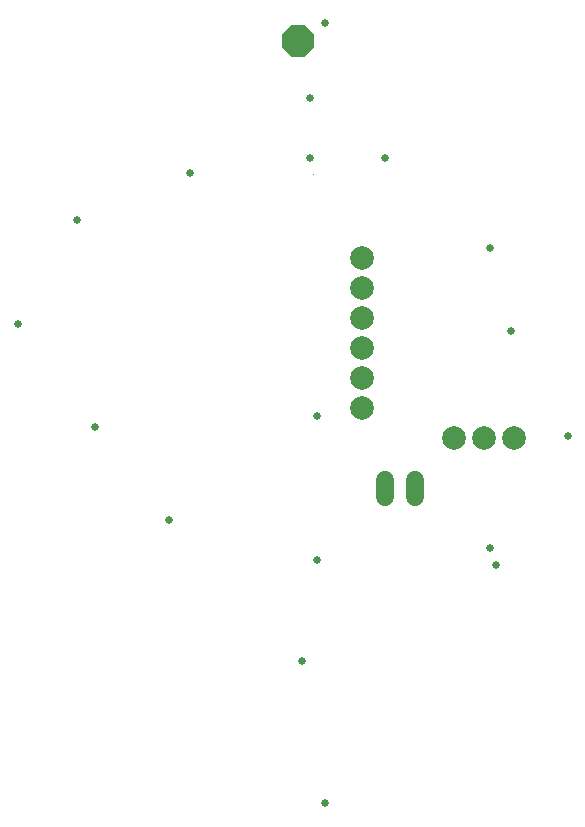
<source format=gbs>
G04 EAGLE Gerber RS-274X export*
G75*
%MOMM*%
%FSLAX34Y34*%
%LPD*%
%INSoldermask Bottom*%
%IPPOS*%
%AMOC8*
5,1,8,0,0,1.08239X$1,22.5*%
G01*
%ADD10R,0.050800X0.025400*%
%ADD11C,2.006600*%
%ADD12C,1.498600*%
%ADD13P,2.900480X8X112.500000*%
%ADD14C,0.652000*%


D10*
X270383Y570230D03*
D11*
X388800Y347700D03*
X414200Y347700D03*
X439600Y347700D03*
X311300Y372700D03*
X311300Y398100D03*
X311300Y423500D03*
X311300Y448900D03*
X311300Y474300D03*
X311300Y499700D03*
D12*
X330200Y311658D02*
X330200Y297942D01*
X355600Y297942D02*
X355600Y311658D01*
D13*
X256540Y683260D03*
D14*
X279400Y38100D03*
X273050Y243840D03*
X147320Y278130D03*
X85090Y356870D03*
X19685Y443865D03*
X69850Y532130D03*
X330200Y584200D03*
X165100Y571500D03*
X419100Y508000D03*
X436880Y438150D03*
X273050Y365760D03*
X424180Y240030D03*
X279400Y698500D03*
X260350Y158750D03*
X266700Y584200D03*
X266700Y635000D03*
X485140Y349250D03*
X419100Y254000D03*
M02*

</source>
